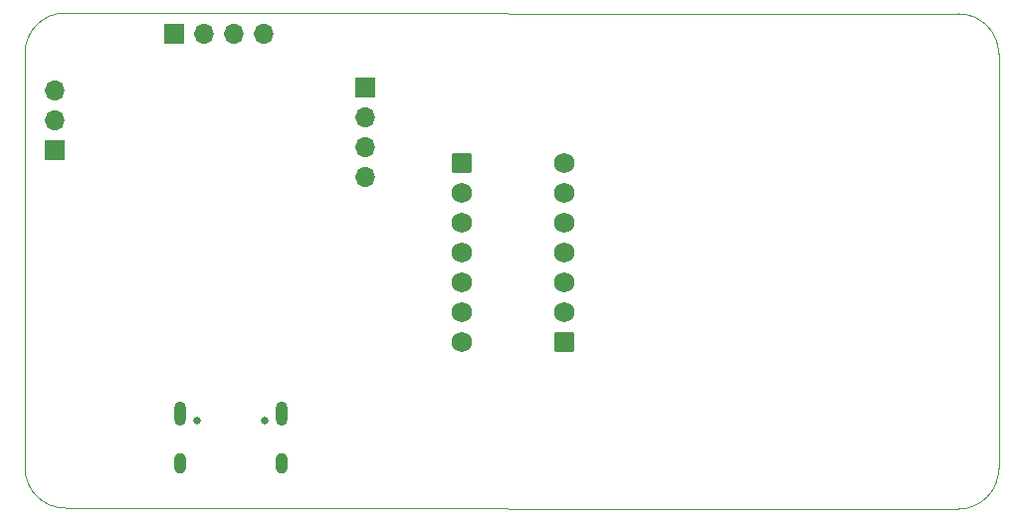
<source format=gbs>
%TF.GenerationSoftware,KiCad,Pcbnew,7.0.2-0*%
%TF.CreationDate,2024-06-08T13:48:43+08:00*%
%TF.ProjectId,angle_detect,616e676c-655f-4646-9574-6563742e6b69,rev?*%
%TF.SameCoordinates,Original*%
%TF.FileFunction,Soldermask,Bot*%
%TF.FilePolarity,Negative*%
%FSLAX46Y46*%
G04 Gerber Fmt 4.6, Leading zero omitted, Abs format (unit mm)*
G04 Created by KiCad (PCBNEW 7.0.2-0) date 2024-06-08 13:48:43*
%MOMM*%
%LPD*%
G01*
G04 APERTURE LIST*
G04 Aperture macros list*
%AMRoundRect*
0 Rectangle with rounded corners*
0 $1 Rounding radius*
0 $2 $3 $4 $5 $6 $7 $8 $9 X,Y pos of 4 corners*
0 Add a 4 corners polygon primitive as box body*
4,1,4,$2,$3,$4,$5,$6,$7,$8,$9,$2,$3,0*
0 Add four circle primitives for the rounded corners*
1,1,$1+$1,$2,$3*
1,1,$1+$1,$4,$5*
1,1,$1+$1,$6,$7*
1,1,$1+$1,$8,$9*
0 Add four rect primitives between the rounded corners*
20,1,$1+$1,$2,$3,$4,$5,0*
20,1,$1+$1,$4,$5,$6,$7,0*
20,1,$1+$1,$6,$7,$8,$9,0*
20,1,$1+$1,$8,$9,$2,$3,0*%
G04 Aperture macros list end*
%ADD10RoundRect,0.250000X-0.620000X0.620000X-0.620000X-0.620000X0.620000X-0.620000X0.620000X0.620000X0*%
%ADD11C,1.740000*%
%ADD12R,1.700000X1.700000*%
%ADD13O,1.700000X1.700000*%
%ADD14C,0.650000*%
%ADD15O,1.000000X2.100000*%
%ADD16O,1.000000X1.800000*%
%ADD17RoundRect,0.250000X0.620000X-0.620000X0.620000X0.620000X-0.620000X0.620000X-0.620000X-0.620000X0*%
%TA.AperFunction,Profile*%
%ADD18C,0.100000*%
%TD*%
G04 APERTURE END LIST*
D10*
%TO.C,J2*%
X86475000Y-141351000D03*
D11*
X86475000Y-143891000D03*
X86475000Y-146431000D03*
X86475000Y-148971000D03*
X86475000Y-151511000D03*
X86475000Y-154051000D03*
X86475000Y-156591000D03*
%TD*%
D12*
%TO.C,J4*%
X78232000Y-134874000D03*
D13*
X78232000Y-137414000D03*
X78232000Y-139954000D03*
X78232000Y-142494000D03*
%TD*%
D12*
%TO.C,J6*%
X51816000Y-140208000D03*
D13*
X51816000Y-137668000D03*
X51816000Y-135128000D03*
%TD*%
D14*
%TO.C,J3*%
X63912000Y-163198000D03*
X69692000Y-163198000D03*
D15*
X62482000Y-162678000D03*
D16*
X62482000Y-166878000D03*
D15*
X71122000Y-162678000D03*
D16*
X71122000Y-166878000D03*
%TD*%
D12*
%TO.C,J5*%
X61976000Y-130302000D03*
D13*
X64516000Y-130302000D03*
X67056000Y-130302000D03*
X69596000Y-130302000D03*
%TD*%
D17*
%TO.C,J1*%
X95123000Y-156591000D03*
D11*
X95123000Y-154051000D03*
X95123000Y-151511000D03*
X95123000Y-148971000D03*
X95123000Y-146431000D03*
X95123000Y-143891000D03*
X95123000Y-141351000D03*
%TD*%
D18*
X49276000Y-167259000D02*
G75*
G03*
X52705000Y-170688000I3429000J0D01*
G01*
X128701800Y-170764200D02*
G75*
G03*
X132130800Y-167335200I0J3429000D01*
G01*
X52705000Y-128524000D02*
X128701800Y-128600200D01*
X49276000Y-167259000D02*
X49276000Y-131953000D01*
X132130800Y-132029200D02*
X132130800Y-167335200D01*
X52705000Y-128524000D02*
G75*
G03*
X49276000Y-131953000I0J-3429000D01*
G01*
X128701800Y-170764200D02*
X52705000Y-170688000D01*
X132130800Y-132029200D02*
G75*
G03*
X128701800Y-128600200I-3429000J0D01*
G01*
M02*

</source>
